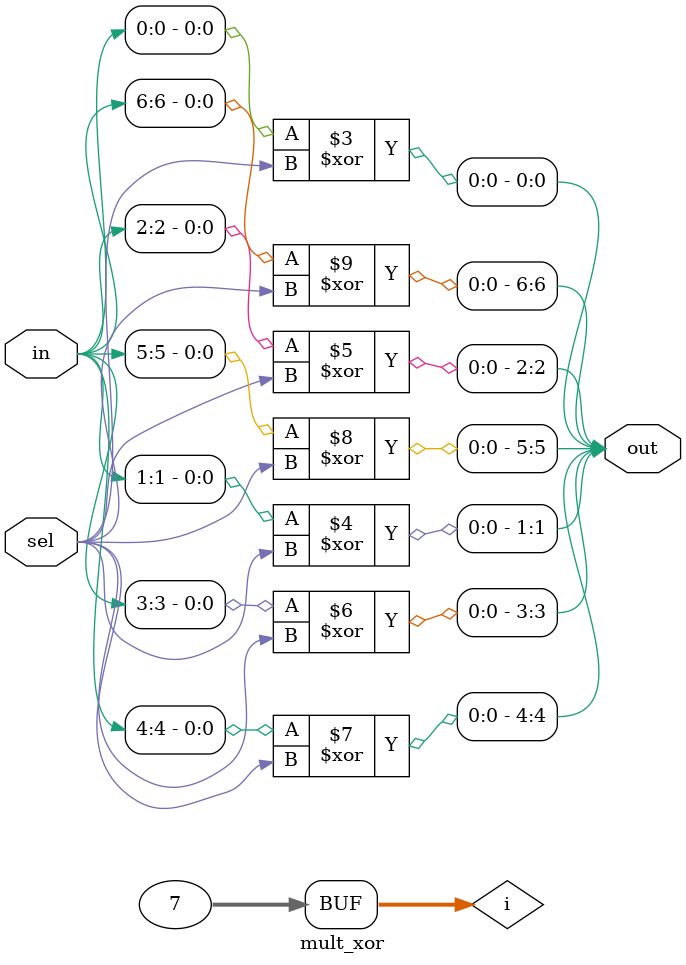
<source format=v>
`timescale 1ps/1ps
module mult_xor(input [6:0] in, input sel, output reg [6:0] out);
	integer i;
	always@(sel) begin
		for(i = 0; i < 7; i = i + 1) begin
			out[i] <= in[i]^sel;
		end
	end
endmodule
</source>
